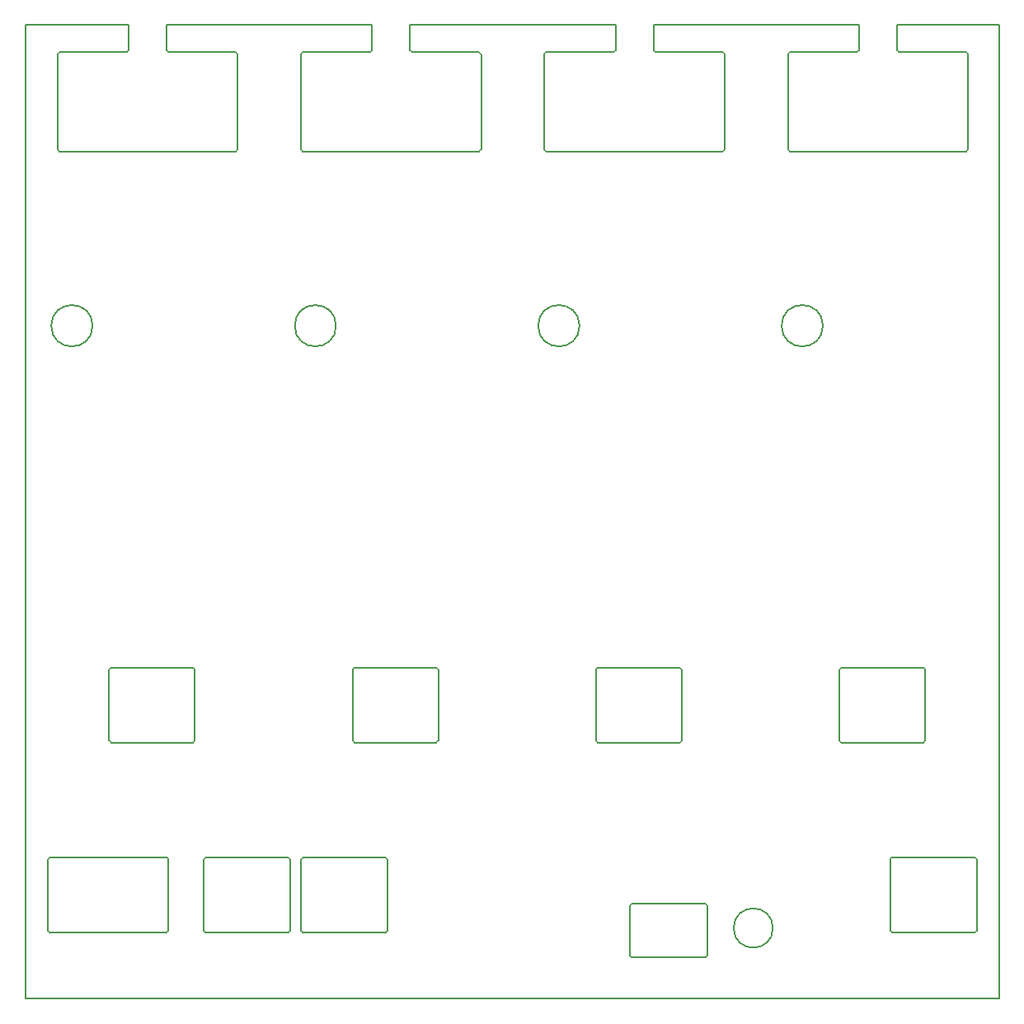
<source format=gm1>
G04 #@! TF.FileFunction,Profile,NP*
%FSLAX46Y46*%
G04 Gerber Fmt 4.6, Leading zero omitted, Abs format (unit mm)*
G04 Created by KiCad (PCBNEW 4.0.7+dfsg1-1~bpo9+1) date Tue Apr 10 18:25:45 2018*
%MOMM*%
%LPD*%
G01*
G04 APERTURE LIST*
%ADD10C,0.100000*%
%ADD11C,0.200000*%
G04 APERTURE END LIST*
D10*
D11*
X189500000Y-50000000D02*
X200000000Y-50000000D01*
X164500000Y-50000000D02*
X185600000Y-50000000D01*
X139500000Y-50000000D02*
X160600000Y-50000000D01*
X114500000Y-50000000D02*
X135600000Y-50000000D01*
X100000000Y-50000000D02*
X110600000Y-50000000D01*
X181902004Y-80900000D02*
G75*
G03X181902004Y-80900000I-2122004J0D01*
G01*
X156902004Y-80900000D02*
G75*
G03X156902004Y-80900000I-2122004J0D01*
G01*
X131902004Y-80900000D02*
G75*
G03X131902004Y-80900000I-2122004J0D01*
G01*
X178300000Y-53000000D02*
X178300000Y-62800000D01*
X153300000Y-53000000D02*
X153300000Y-62800000D01*
X128300000Y-53000000D02*
X128300000Y-62800000D01*
X196600000Y-52800000D02*
X189700000Y-52800000D01*
X171600000Y-52800000D02*
X164700000Y-52800000D01*
X146600000Y-52800000D02*
X139700000Y-52800000D01*
X189500000Y-52600000D02*
G75*
G03X189700000Y-52800000I200000J0D01*
G01*
X164500000Y-52600000D02*
G75*
G03X164700000Y-52800000I200000J0D01*
G01*
X139500000Y-52600000D02*
G75*
G03X139700000Y-52800000I200000J0D01*
G01*
X196600000Y-63000000D02*
G75*
G03X196800000Y-62800000I0J200000D01*
G01*
X171600000Y-63000000D02*
G75*
G03X171800000Y-62800000I0J200000D01*
G01*
X146600000Y-63000000D02*
G75*
G03X146800000Y-62800000I0J200000D01*
G01*
X178500000Y-63000000D02*
X196600000Y-63000000D01*
X153500000Y-63000000D02*
X171600000Y-63000000D01*
X128500000Y-63000000D02*
X146600000Y-63000000D01*
X196800000Y-53000000D02*
G75*
G03X196600000Y-52800000I-200000J0D01*
G01*
X171800000Y-53000000D02*
G75*
G03X171600000Y-52800000I-200000J0D01*
G01*
X146800000Y-53000000D02*
G75*
G03X146600000Y-52800000I-200000J0D01*
G01*
X196800000Y-62800000D02*
X196800000Y-53000000D01*
X171800000Y-62800000D02*
X171800000Y-53000000D01*
X146800000Y-62800000D02*
X146800000Y-53000000D01*
X185600000Y-50000000D02*
X185600000Y-52600000D01*
X160600000Y-50000000D02*
X160600000Y-52600000D01*
X135600000Y-50000000D02*
X135600000Y-52600000D01*
X185400000Y-52800000D02*
G75*
G03X185600000Y-52600000I0J200000D01*
G01*
X160400000Y-52800000D02*
G75*
G03X160600000Y-52600000I0J200000D01*
G01*
X135400000Y-52800000D02*
G75*
G03X135600000Y-52600000I0J200000D01*
G01*
X185400000Y-52800000D02*
X178500000Y-52800000D01*
X160400000Y-52800000D02*
X153500000Y-52800000D01*
X135400000Y-52800000D02*
X128500000Y-52800000D01*
X178300000Y-62800000D02*
G75*
G03X178500000Y-63000000I200000J0D01*
G01*
X153300000Y-62800000D02*
G75*
G03X153500000Y-63000000I200000J0D01*
G01*
X128300000Y-62800000D02*
G75*
G03X128500000Y-63000000I200000J0D01*
G01*
X189500000Y-52600000D02*
X189500000Y-50000000D01*
X164500000Y-52600000D02*
X164500000Y-50000000D01*
X139500000Y-52600000D02*
X139500000Y-50000000D01*
X178500000Y-52800000D02*
G75*
G03X178300000Y-53000000I0J-200000D01*
G01*
X153500000Y-52800000D02*
G75*
G03X153300000Y-53000000I0J-200000D01*
G01*
X128500000Y-52800000D02*
G75*
G03X128300000Y-53000000I0J-200000D01*
G01*
X192200000Y-116000000D02*
X183800000Y-116000000D01*
X167200000Y-116000000D02*
X158800000Y-116000000D01*
X142200000Y-116000000D02*
X133800000Y-116000000D01*
X192400000Y-123500000D02*
X192400000Y-116200000D01*
X167400000Y-123500000D02*
X167400000Y-116200000D01*
X142400000Y-123500000D02*
X142400000Y-116200000D01*
X183800000Y-123700000D02*
X192200000Y-123700000D01*
X158800000Y-123700000D02*
X167200000Y-123700000D01*
X133800000Y-123700000D02*
X142200000Y-123700000D01*
X183600000Y-116200000D02*
X183600000Y-123500000D01*
X158600000Y-116200000D02*
X158600000Y-123500000D01*
X133600000Y-116200000D02*
X133600000Y-123500000D01*
X192400000Y-116200000D02*
G75*
G03X192200000Y-116000000I-200000J0D01*
G01*
X167400000Y-116200000D02*
G75*
G03X167200000Y-116000000I-200000J0D01*
G01*
X142400000Y-116200000D02*
G75*
G03X142200000Y-116000000I-200000J0D01*
G01*
X192200000Y-123700000D02*
G75*
G03X192400000Y-123500000I0J200000D01*
G01*
X167200000Y-123700000D02*
G75*
G03X167400000Y-123500000I0J200000D01*
G01*
X142200000Y-123700000D02*
G75*
G03X142400000Y-123500000I0J200000D01*
G01*
X183800000Y-116000000D02*
G75*
G03X183600000Y-116200000I0J-200000D01*
G01*
X158800000Y-116000000D02*
G75*
G03X158600000Y-116200000I0J-200000D01*
G01*
X133800000Y-116000000D02*
G75*
G03X133600000Y-116200000I0J-200000D01*
G01*
X183600000Y-123500000D02*
G75*
G03X183800000Y-123700000I200000J0D01*
G01*
X158600000Y-123500000D02*
G75*
G03X158800000Y-123700000I200000J0D01*
G01*
X133600000Y-123500000D02*
G75*
G03X133800000Y-123700000I200000J0D01*
G01*
X117200000Y-116000000D02*
X108800000Y-116000000D01*
X117400000Y-123500000D02*
X117400000Y-116200000D01*
X108800000Y-123700000D02*
X117200000Y-123700000D01*
X108600000Y-116200000D02*
X108600000Y-123500000D01*
X197500000Y-135500000D02*
X189000000Y-135500000D01*
X197700000Y-143000000D02*
X197700000Y-135700000D01*
X189000000Y-143200000D02*
X197500000Y-143200000D01*
X188800000Y-135700000D02*
X188800000Y-143000000D01*
X137000000Y-135500000D02*
X128500000Y-135500000D01*
X137200000Y-143000000D02*
X137200000Y-135700000D01*
X128500000Y-143200000D02*
X137000000Y-143200000D01*
X128300000Y-135700000D02*
X128300000Y-143000000D01*
X118300000Y-143000000D02*
X118300000Y-135700000D01*
X127000000Y-143200000D02*
X118500000Y-143200000D01*
X127200000Y-135700000D02*
X127200000Y-143000000D01*
X118500000Y-135500000D02*
X127000000Y-135500000D01*
X102300000Y-143000000D02*
X102300000Y-135700000D01*
X114500000Y-143200000D02*
X102500000Y-143200000D01*
X114700000Y-135700000D02*
X114700000Y-143000000D01*
X102500000Y-135500000D02*
X114500000Y-135500000D01*
X169850000Y-145750000D02*
X162250000Y-145750000D01*
X170050000Y-140450000D02*
X170050000Y-145550000D01*
X162250000Y-140250000D02*
X169850000Y-140250000D01*
X162050000Y-145550000D02*
X162050000Y-140450000D01*
X162050000Y-145550000D02*
G75*
G03X162250000Y-145750000I200000J0D01*
G01*
X169850000Y-145750000D02*
G75*
G03X170050000Y-145550000I0J200000D01*
G01*
X170050000Y-140450000D02*
G75*
G03X169850000Y-140250000I-200000J0D01*
G01*
X162250000Y-140250000D02*
G75*
G03X162050000Y-140450000I0J-200000D01*
G01*
X188800000Y-143000000D02*
G75*
G03X189000000Y-143200000I200000J0D01*
G01*
X197500000Y-143200000D02*
G75*
G03X197700000Y-143000000I0J200000D01*
G01*
X197700000Y-135700000D02*
G75*
G03X197500000Y-135500000I-200000J0D01*
G01*
X189000000Y-135500000D02*
G75*
G03X188800000Y-135700000I0J-200000D01*
G01*
X137000000Y-143200000D02*
G75*
G03X137200000Y-143000000I0J200000D01*
G01*
X137200000Y-135700000D02*
G75*
G03X137000000Y-135500000I-200000J0D01*
G01*
X128300000Y-143000000D02*
G75*
G03X128500000Y-143200000I200000J0D01*
G01*
X127000000Y-143200000D02*
G75*
G03X127200000Y-143000000I0J200000D01*
G01*
X102300000Y-143000000D02*
G75*
G03X102500000Y-143200000I200000J0D01*
G01*
X114500000Y-143200000D02*
G75*
G03X114700000Y-143000000I0J200000D01*
G01*
X118300000Y-143000000D02*
G75*
G03X118500000Y-143200000I200000J0D01*
G01*
X128500000Y-135500000D02*
G75*
G03X128300000Y-135700000I0J-200000D01*
G01*
X127200000Y-135700000D02*
G75*
G03X127000000Y-135500000I-200000J0D01*
G01*
X118500000Y-135500000D02*
G75*
G03X118300000Y-135700000I0J-200000D01*
G01*
X114700000Y-135700000D02*
G75*
G03X114500000Y-135500000I-200000J0D01*
G01*
X102500000Y-135500000D02*
G75*
G03X102300000Y-135700000I0J-200000D01*
G01*
X108600000Y-123500000D02*
G75*
G03X108800000Y-123700000I200000J0D01*
G01*
X117200000Y-123700000D02*
G75*
G03X117400000Y-123500000I0J200000D01*
G01*
X117400000Y-116200000D02*
G75*
G03X117200000Y-116000000I-200000J0D01*
G01*
X108800000Y-116000000D02*
G75*
G03X108600000Y-116200000I0J-200000D01*
G01*
X103300000Y-53000000D02*
X103300000Y-62800000D01*
X110400000Y-52800000D02*
X103500000Y-52800000D01*
X110600000Y-50000000D02*
X110600000Y-52600000D01*
X114500000Y-52600000D02*
X114500000Y-50000000D01*
X121600000Y-52800000D02*
X114700000Y-52800000D01*
X121800000Y-62800000D02*
X121800000Y-53000000D01*
X103500000Y-63000000D02*
X121600000Y-63000000D01*
X103300000Y-62800000D02*
G75*
G03X103500000Y-63000000I200000J0D01*
G01*
X121600000Y-63000000D02*
G75*
G03X121800000Y-62800000I0J200000D01*
G01*
X121800000Y-53000000D02*
G75*
G03X121600000Y-52800000I-200000J0D01*
G01*
X114500000Y-52600000D02*
G75*
G03X114700000Y-52800000I200000J0D01*
G01*
X110400000Y-52800000D02*
G75*
G03X110600000Y-52600000I0J200000D01*
G01*
X103500000Y-52800000D02*
G75*
G03X103300000Y-53000000I0J-200000D01*
G01*
X200000000Y-150000000D02*
X100000000Y-150000000D01*
X200000000Y-50000000D02*
X200000000Y-150000000D01*
X100000000Y-150000000D02*
X100000000Y-50000000D01*
X106902004Y-80900000D02*
G75*
G03X106902004Y-80900000I-2122004J0D01*
G01*
X176765564Y-142750000D02*
G75*
G03X176765564Y-142750000I-2015564J0D01*
G01*
M02*

</source>
